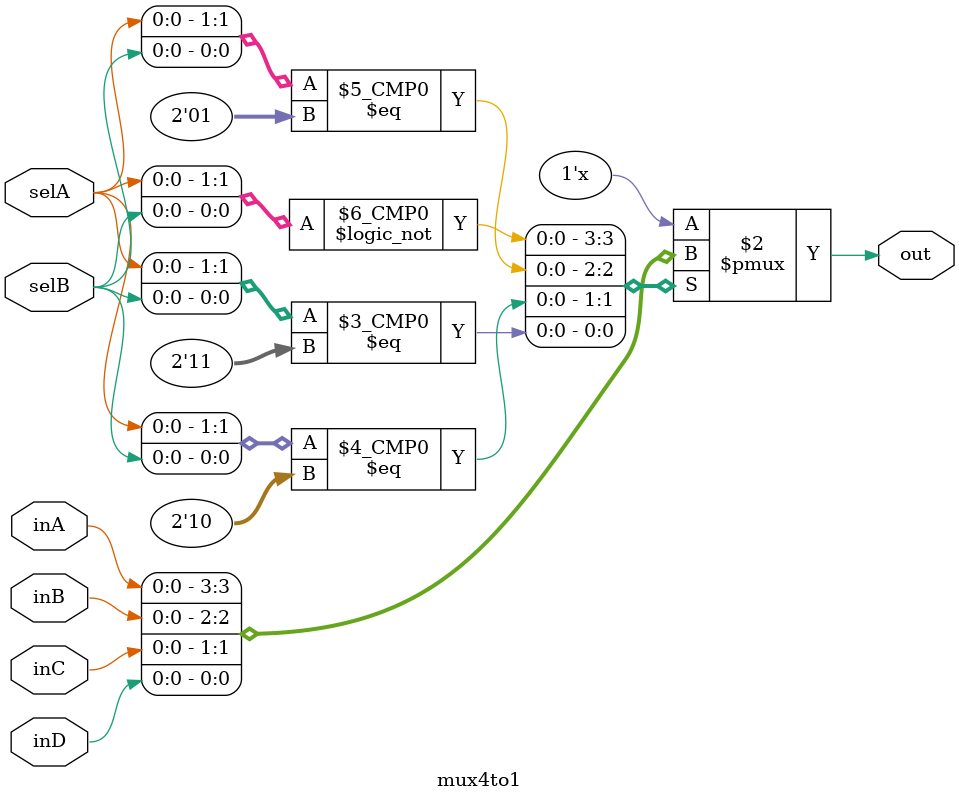
<source format=v>
`timescale 1ns/1ps

module mux4to1(selA,selB,inA,inB,inC,inD,out);
	input selA,selB;
	input inA,inB,inC,inD;
	output reg out;
	
	always @(*)
		begin
			case({selA,selB})
				2'b00:   out = inA;
				2'b01:   out = inB;
				2'b10:   out = inC;
				2'b11:   out = inD;
				default: out = 1;
			endcase
		end

endmodule
</source>
